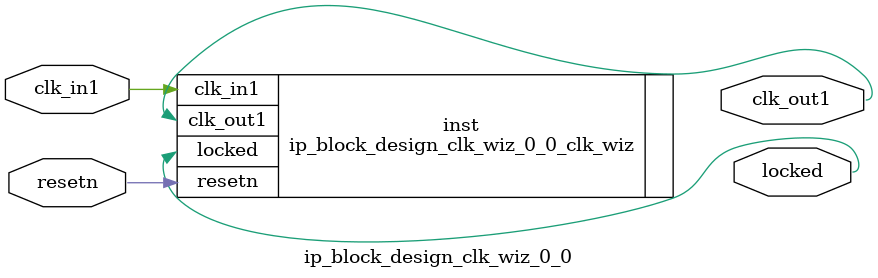
<source format=v>


`timescale 1ps/1ps

(* CORE_GENERATION_INFO = "ip_block_design_clk_wiz_0_0,clk_wiz_v5_3_1,{component_name=ip_block_design_clk_wiz_0_0,use_phase_alignment=true,use_min_o_jitter=false,use_max_i_jitter=false,use_dyn_phase_shift=false,use_inclk_switchover=false,use_dyn_reconfig=false,enable_axi=0,feedback_source=FDBK_AUTO,PRIMITIVE=MMCM,num_out_clk=1,clkin1_period=10.0,clkin2_period=10.0,use_power_down=false,use_reset=true,use_locked=true,use_inclk_stopped=false,feedback_type=SINGLE,CLOCK_MGR_TYPE=NA,manual_override=false}" *)

module ip_block_design_clk_wiz_0_0 
 (
 // Clock in ports
  input         clk_in1,
  // Clock out ports
  output        clk_out1,
  // Status and control signals
  input         resetn,
  output        locked
 );

  ip_block_design_clk_wiz_0_0_clk_wiz inst
  (
 // Clock in ports
  .clk_in1(clk_in1),
  // Clock out ports  
  .clk_out1(clk_out1),
  // Status and control signals               
  .resetn(resetn), 
  .locked(locked)            
  );

endmodule

</source>
